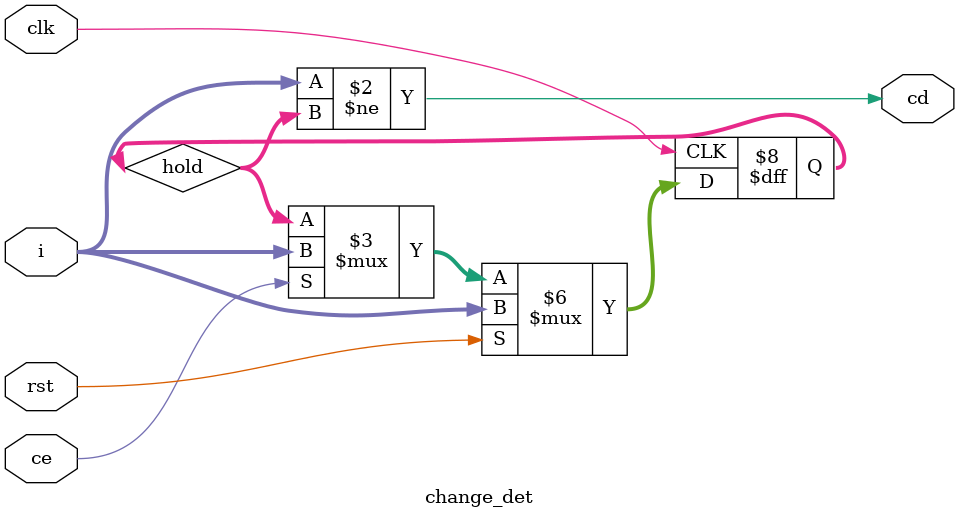
<source format=v>
module change_det(rst, clk, ce, i, cd);
parameter WID=32;
input rst;			// reset
input clk;			// clock
input ce;			// clock enable
input [WID:1] i;	// input signal
output cd;			// change detected

reg [WID:1] hold;

always @(posedge clk)
	if (rst)
		hold <= i;
	else if (ce)
		hold <= i;

assign cd = i != hold;

endmodule

</source>
